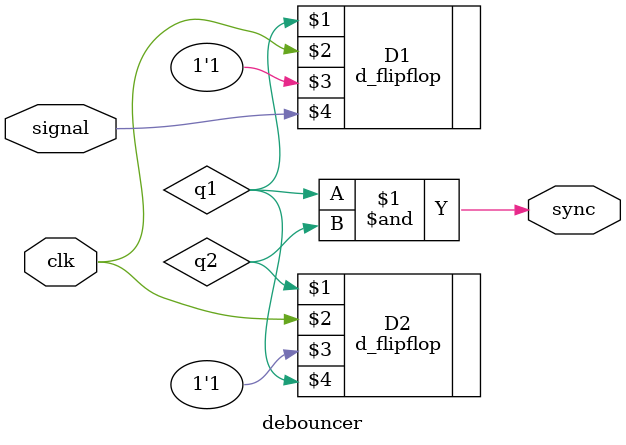
<source format=v>
`timescale 1ns / 1ns

module debouncer(output sync, input signal, input clk);

wire q1, q2;

assign sync = q1 & q2;

d_flipflop D1(q1, clk, 1'b1, signal);
d_flipflop D2(q2, clk, 1'b1, q1);

endmodule

</source>
